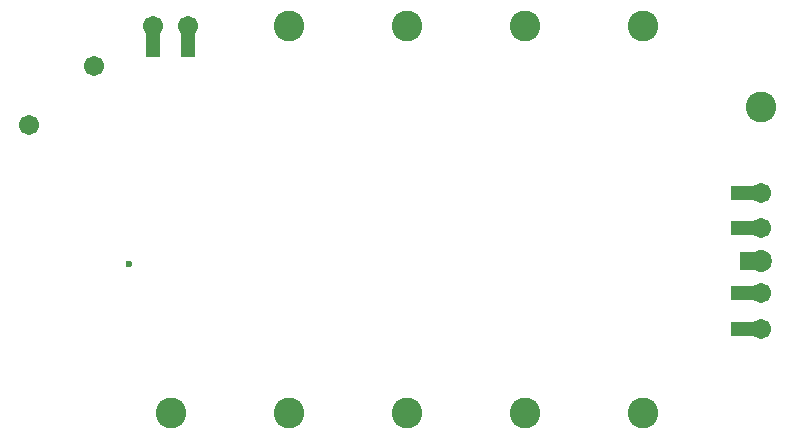
<source format=gbs>
G04*
G04 #@! TF.GenerationSoftware,Altium Limited,Altium Designer,21.7.2 (23)*
G04*
G04 Layer_Color=16711935*
%FSLAX43Y43*%
%MOMM*%
G71*
G04*
G04 #@! TF.SameCoordinates,EF449257-7E68-4E29-9D8B-EB38C799C825*
G04*
G04*
G04 #@! TF.FilePolarity,Negative*
G04*
G01*
G75*
%ADD33C,1.858*%
%ADD34C,0.600*%
%ADD35C,1.703*%
%ADD36C,2.603*%
%ADD62R,1.203X2.703*%
%ADD63R,2.008X1.508*%
%ADD64R,2.703X1.203*%
D33*
X97500Y75000D02*
D03*
D34*
X43925Y74746D02*
D03*
D35*
X41000Y91500D02*
D03*
X35500Y86500D02*
D03*
X49000Y94900D02*
D03*
X46000D02*
D03*
X97500Y69250D02*
D03*
Y80750D02*
D03*
Y72250D02*
D03*
Y77750D02*
D03*
D36*
X47500Y62100D02*
D03*
X87500Y94900D02*
D03*
X77500D02*
D03*
X67500D02*
D03*
X57500D02*
D03*
X97500Y88000D02*
D03*
X87500Y62100D02*
D03*
X77500D02*
D03*
X67500D02*
D03*
X57500D02*
D03*
D62*
X46000Y93650D02*
D03*
X49000D02*
D03*
D63*
X96750Y75000D02*
D03*
D64*
X96250Y80750D02*
D03*
Y69250D02*
D03*
Y72250D02*
D03*
Y77750D02*
D03*
M02*

</source>
